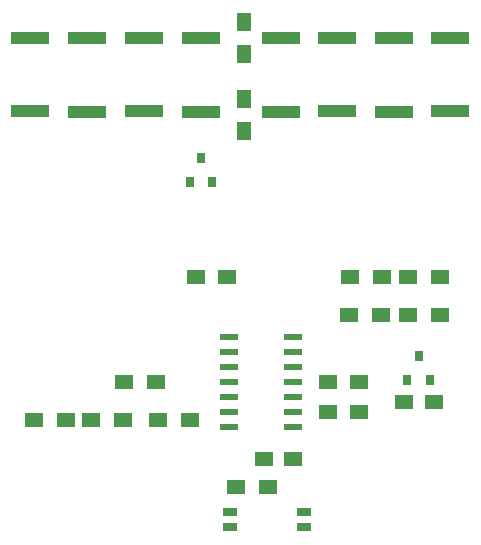
<source format=gbr>
G04 #@! TF.GenerationSoftware,KiCad,Pcbnew,(5.0.0)*
G04 #@! TF.CreationDate,2019-03-26T19:26:32+00:00*
G04 #@! TF.ProjectId,v4,76342E6B696361645F70636200000000,rev?*
G04 #@! TF.SameCoordinates,Original*
G04 #@! TF.FileFunction,Paste,Top*
G04 #@! TF.FilePolarity,Positive*
%FSLAX46Y46*%
G04 Gerber Fmt 4.6, Leading zero omitted, Abs format (unit mm)*
G04 Created by KiCad (PCBNEW (5.0.0)) date 03/26/19 19:26:32*
%MOMM*%
%LPD*%
G01*
G04 APERTURE LIST*
%ADD10R,1.500000X1.300000*%
%ADD11R,1.500000X1.250000*%
%ADD12R,1.500000X0.600000*%
%ADD13R,1.300000X0.800000*%
%ADD14R,0.800000X0.900000*%
%ADD15R,1.300000X1.500000*%
%ADD16R,3.200000X1.000000*%
G04 APERTURE END LIST*
D10*
G04 #@! TO.C,R17*
X80844400Y-81408970D03*
X83544400Y-81408970D03*
G04 #@! TD*
D11*
G04 #@! TO.C,C1*
X76055200Y-96824800D03*
X73555200Y-96824800D03*
G04 #@! TD*
D10*
G04 #@! TO.C,R1*
X81664800Y-90322400D03*
X78964800Y-90322400D03*
G04 #@! TD*
D12*
G04 #@! TO.C,U4*
X76055200Y-94132400D03*
X76055200Y-92862400D03*
X76055200Y-91592400D03*
X76055200Y-90322400D03*
X76055200Y-89052400D03*
X76055200Y-87782400D03*
X76055200Y-86512400D03*
X70655200Y-86512400D03*
X70655200Y-87782400D03*
X70655200Y-89052400D03*
X70655200Y-90322400D03*
X70655200Y-91592400D03*
X70655200Y-92862400D03*
X70655200Y-94132400D03*
G04 #@! TD*
D11*
G04 #@! TO.C,C2*
X85465600Y-91948000D03*
X87965600Y-91948000D03*
G04 #@! TD*
D10*
G04 #@! TO.C,R2*
X64588400Y-93522800D03*
X67288400Y-93522800D03*
G04 #@! TD*
G04 #@! TO.C,R3*
X64443600Y-90271600D03*
X61743600Y-90271600D03*
G04 #@! TD*
G04 #@! TO.C,R4*
X61649600Y-93522800D03*
X58949600Y-93522800D03*
G04 #@! TD*
G04 #@! TO.C,R5*
X73892400Y-99212400D03*
X71192400Y-99212400D03*
G04 #@! TD*
G04 #@! TO.C,R15*
X67788800Y-81408970D03*
X70488800Y-81408970D03*
G04 #@! TD*
G04 #@! TO.C,R16*
X56823600Y-93522800D03*
X54123600Y-93522800D03*
G04 #@! TD*
G04 #@! TO.C,R18*
X80793600Y-84597000D03*
X83493600Y-84597000D03*
G04 #@! TD*
D13*
G04 #@! TO.C,U1*
X76962400Y-102595600D03*
X76962400Y-101315600D03*
X70662400Y-101315600D03*
X70662400Y-102595600D03*
G04 #@! TD*
D14*
G04 #@! TO.C,D1*
X85714800Y-90103200D03*
X87614800Y-90103200D03*
X86664800Y-88103200D03*
G04 #@! TD*
D10*
G04 #@! TO.C,D3*
X85772000Y-81381600D03*
X88472000Y-81381600D03*
G04 #@! TD*
G04 #@! TO.C,D4*
X85772000Y-84582000D03*
X88472000Y-84582000D03*
G04 #@! TD*
D14*
G04 #@! TO.C,Q1*
X67274400Y-73325600D03*
X69174400Y-73325600D03*
X68224400Y-71325600D03*
G04 #@! TD*
D15*
G04 #@! TO.C,R19*
X71882000Y-62499600D03*
X71882000Y-59799600D03*
G04 #@! TD*
G04 #@! TO.C,R20*
X71882000Y-66302000D03*
X71882000Y-69002000D03*
G04 #@! TD*
D10*
G04 #@! TO.C,R21*
X81664800Y-92862400D03*
X78964800Y-92862400D03*
G04 #@! TD*
D16*
G04 #@! TO.C,R6*
X89357200Y-61189200D03*
X89357200Y-67389200D03*
G04 #@! TD*
G04 #@! TO.C,R7*
X53797200Y-67389200D03*
X53797200Y-61189200D03*
G04 #@! TD*
G04 #@! TO.C,R8*
X84565066Y-61199200D03*
X84565066Y-67399200D03*
G04 #@! TD*
G04 #@! TO.C,R9*
X58606266Y-67399200D03*
X58606266Y-61199200D03*
G04 #@! TD*
G04 #@! TO.C,R10*
X79772933Y-67389200D03*
X79772933Y-61189200D03*
G04 #@! TD*
G04 #@! TO.C,R11*
X63415332Y-67389200D03*
X63415332Y-61189200D03*
G04 #@! TD*
G04 #@! TO.C,R12*
X74980800Y-67399200D03*
X74980800Y-61199200D03*
G04 #@! TD*
G04 #@! TO.C,R13*
X68224400Y-67399200D03*
X68224400Y-61199200D03*
G04 #@! TD*
M02*

</source>
